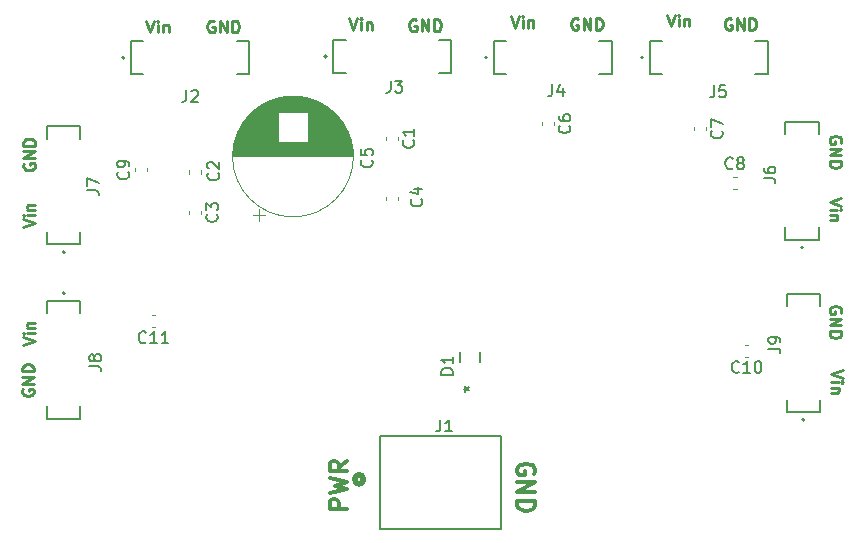
<source format=gbr>
%TF.GenerationSoftware,KiCad,Pcbnew,8.0.2*%
%TF.CreationDate,2024-07-10T14:47:37-04:00*%
%TF.ProjectId,Low-Power_PDP,4c6f772d-506f-4776-9572-5f5044502e6b,rev?*%
%TF.SameCoordinates,Original*%
%TF.FileFunction,Legend,Top*%
%TF.FilePolarity,Positive*%
%FSLAX46Y46*%
G04 Gerber Fmt 4.6, Leading zero omitted, Abs format (unit mm)*
G04 Created by KiCad (PCBNEW 8.0.2) date 2024-07-10 14:47:37*
%MOMM*%
%LPD*%
G01*
G04 APERTURE LIST*
%ADD10C,0.250000*%
%ADD11C,0.300000*%
%ADD12C,0.150000*%
%ADD13C,0.127000*%
%ADD14C,0.200000*%
%ADD15C,0.120000*%
%ADD16C,0.152400*%
%ADD17C,0.508000*%
G04 APERTURE END LIST*
D10*
X66026377Y-25212238D02*
X65931139Y-25164619D01*
X65931139Y-25164619D02*
X65788282Y-25164619D01*
X65788282Y-25164619D02*
X65645425Y-25212238D01*
X65645425Y-25212238D02*
X65550187Y-25307476D01*
X65550187Y-25307476D02*
X65502568Y-25402714D01*
X65502568Y-25402714D02*
X65454949Y-25593190D01*
X65454949Y-25593190D02*
X65454949Y-25736047D01*
X65454949Y-25736047D02*
X65502568Y-25926523D01*
X65502568Y-25926523D02*
X65550187Y-26021761D01*
X65550187Y-26021761D02*
X65645425Y-26117000D01*
X65645425Y-26117000D02*
X65788282Y-26164619D01*
X65788282Y-26164619D02*
X65883520Y-26164619D01*
X65883520Y-26164619D02*
X66026377Y-26117000D01*
X66026377Y-26117000D02*
X66073996Y-26069380D01*
X66073996Y-26069380D02*
X66073996Y-25736047D01*
X66073996Y-25736047D02*
X65883520Y-25736047D01*
X66502568Y-26164619D02*
X66502568Y-25164619D01*
X66502568Y-25164619D02*
X67073996Y-26164619D01*
X67073996Y-26164619D02*
X67073996Y-25164619D01*
X67550187Y-26164619D02*
X67550187Y-25164619D01*
X67550187Y-25164619D02*
X67788282Y-25164619D01*
X67788282Y-25164619D02*
X67931139Y-25212238D01*
X67931139Y-25212238D02*
X68026377Y-25307476D01*
X68026377Y-25307476D02*
X68073996Y-25402714D01*
X68073996Y-25402714D02*
X68121615Y-25593190D01*
X68121615Y-25593190D02*
X68121615Y-25736047D01*
X68121615Y-25736047D02*
X68073996Y-25926523D01*
X68073996Y-25926523D02*
X68026377Y-26021761D01*
X68026377Y-26021761D02*
X67931139Y-26117000D01*
X67931139Y-26117000D02*
X67788282Y-26164619D01*
X67788282Y-26164619D02*
X67550187Y-26164619D01*
X60259711Y-25164619D02*
X60593044Y-26164619D01*
X60593044Y-26164619D02*
X60926377Y-25164619D01*
X61259711Y-26164619D02*
X61259711Y-25497952D01*
X61259711Y-25164619D02*
X61212092Y-25212238D01*
X61212092Y-25212238D02*
X61259711Y-25259857D01*
X61259711Y-25259857D02*
X61307330Y-25212238D01*
X61307330Y-25212238D02*
X61259711Y-25164619D01*
X61259711Y-25164619D02*
X61259711Y-25259857D01*
X61735901Y-25497952D02*
X61735901Y-26164619D01*
X61735901Y-25593190D02*
X61783520Y-25545571D01*
X61783520Y-25545571D02*
X61878758Y-25497952D01*
X61878758Y-25497952D02*
X62021615Y-25497952D01*
X62021615Y-25497952D02*
X62116853Y-25545571D01*
X62116853Y-25545571D02*
X62164472Y-25640809D01*
X62164472Y-25640809D02*
X62164472Y-26164619D01*
X77459711Y-24964619D02*
X77793044Y-25964619D01*
X77793044Y-25964619D02*
X78126377Y-24964619D01*
X78459711Y-25964619D02*
X78459711Y-25297952D01*
X78459711Y-24964619D02*
X78412092Y-25012238D01*
X78412092Y-25012238D02*
X78459711Y-25059857D01*
X78459711Y-25059857D02*
X78507330Y-25012238D01*
X78507330Y-25012238D02*
X78459711Y-24964619D01*
X78459711Y-24964619D02*
X78459711Y-25059857D01*
X78935901Y-25297952D02*
X78935901Y-25964619D01*
X78935901Y-25393190D02*
X78983520Y-25345571D01*
X78983520Y-25345571D02*
X79078758Y-25297952D01*
X79078758Y-25297952D02*
X79221615Y-25297952D01*
X79221615Y-25297952D02*
X79316853Y-25345571D01*
X79316853Y-25345571D02*
X79364472Y-25440809D01*
X79364472Y-25440809D02*
X79364472Y-25964619D01*
X49864619Y-52640288D02*
X50864619Y-52306955D01*
X50864619Y-52306955D02*
X49864619Y-51973622D01*
X50864619Y-51640288D02*
X50197952Y-51640288D01*
X49864619Y-51640288D02*
X49912238Y-51687907D01*
X49912238Y-51687907D02*
X49959857Y-51640288D01*
X49959857Y-51640288D02*
X49912238Y-51592669D01*
X49912238Y-51592669D02*
X49864619Y-51640288D01*
X49864619Y-51640288D02*
X49959857Y-51640288D01*
X50197952Y-51164098D02*
X50864619Y-51164098D01*
X50293190Y-51164098D02*
X50245571Y-51116479D01*
X50245571Y-51116479D02*
X50197952Y-51021241D01*
X50197952Y-51021241D02*
X50197952Y-50878384D01*
X50197952Y-50878384D02*
X50245571Y-50783146D01*
X50245571Y-50783146D02*
X50340809Y-50735527D01*
X50340809Y-50735527D02*
X50864619Y-50735527D01*
X119235380Y-54759711D02*
X118235380Y-55093044D01*
X118235380Y-55093044D02*
X119235380Y-55426377D01*
X118235380Y-55759711D02*
X118902047Y-55759711D01*
X119235380Y-55759711D02*
X119187761Y-55712092D01*
X119187761Y-55712092D02*
X119140142Y-55759711D01*
X119140142Y-55759711D02*
X119187761Y-55807330D01*
X119187761Y-55807330D02*
X119235380Y-55759711D01*
X119235380Y-55759711D02*
X119140142Y-55759711D01*
X118902047Y-56235901D02*
X118235380Y-56235901D01*
X118806809Y-56235901D02*
X118854428Y-56283520D01*
X118854428Y-56283520D02*
X118902047Y-56378758D01*
X118902047Y-56378758D02*
X118902047Y-56521615D01*
X118902047Y-56521615D02*
X118854428Y-56616853D01*
X118854428Y-56616853D02*
X118759190Y-56664472D01*
X118759190Y-56664472D02*
X118235380Y-56664472D01*
X109826377Y-25012238D02*
X109731139Y-24964619D01*
X109731139Y-24964619D02*
X109588282Y-24964619D01*
X109588282Y-24964619D02*
X109445425Y-25012238D01*
X109445425Y-25012238D02*
X109350187Y-25107476D01*
X109350187Y-25107476D02*
X109302568Y-25202714D01*
X109302568Y-25202714D02*
X109254949Y-25393190D01*
X109254949Y-25393190D02*
X109254949Y-25536047D01*
X109254949Y-25536047D02*
X109302568Y-25726523D01*
X109302568Y-25726523D02*
X109350187Y-25821761D01*
X109350187Y-25821761D02*
X109445425Y-25917000D01*
X109445425Y-25917000D02*
X109588282Y-25964619D01*
X109588282Y-25964619D02*
X109683520Y-25964619D01*
X109683520Y-25964619D02*
X109826377Y-25917000D01*
X109826377Y-25917000D02*
X109873996Y-25869380D01*
X109873996Y-25869380D02*
X109873996Y-25536047D01*
X109873996Y-25536047D02*
X109683520Y-25536047D01*
X110302568Y-25964619D02*
X110302568Y-24964619D01*
X110302568Y-24964619D02*
X110873996Y-25964619D01*
X110873996Y-25964619D02*
X110873996Y-24964619D01*
X111350187Y-25964619D02*
X111350187Y-24964619D01*
X111350187Y-24964619D02*
X111588282Y-24964619D01*
X111588282Y-24964619D02*
X111731139Y-25012238D01*
X111731139Y-25012238D02*
X111826377Y-25107476D01*
X111826377Y-25107476D02*
X111873996Y-25202714D01*
X111873996Y-25202714D02*
X111921615Y-25393190D01*
X111921615Y-25393190D02*
X111921615Y-25536047D01*
X111921615Y-25536047D02*
X111873996Y-25726523D01*
X111873996Y-25726523D02*
X111826377Y-25821761D01*
X111826377Y-25821761D02*
X111731139Y-25917000D01*
X111731139Y-25917000D02*
X111588282Y-25964619D01*
X111588282Y-25964619D02*
X111350187Y-25964619D01*
X104359711Y-24664619D02*
X104693044Y-25664619D01*
X104693044Y-25664619D02*
X105026377Y-24664619D01*
X105359711Y-25664619D02*
X105359711Y-24997952D01*
X105359711Y-24664619D02*
X105312092Y-24712238D01*
X105312092Y-24712238D02*
X105359711Y-24759857D01*
X105359711Y-24759857D02*
X105407330Y-24712238D01*
X105407330Y-24712238D02*
X105359711Y-24664619D01*
X105359711Y-24664619D02*
X105359711Y-24759857D01*
X105835901Y-24997952D02*
X105835901Y-25664619D01*
X105835901Y-25093190D02*
X105883520Y-25045571D01*
X105883520Y-25045571D02*
X105978758Y-24997952D01*
X105978758Y-24997952D02*
X106121615Y-24997952D01*
X106121615Y-24997952D02*
X106216853Y-25045571D01*
X106216853Y-25045571D02*
X106264472Y-25140809D01*
X106264472Y-25140809D02*
X106264472Y-25664619D01*
X49864619Y-42640288D02*
X50864619Y-42306955D01*
X50864619Y-42306955D02*
X49864619Y-41973622D01*
X50864619Y-41640288D02*
X50197952Y-41640288D01*
X49864619Y-41640288D02*
X49912238Y-41687907D01*
X49912238Y-41687907D02*
X49959857Y-41640288D01*
X49959857Y-41640288D02*
X49912238Y-41592669D01*
X49912238Y-41592669D02*
X49864619Y-41640288D01*
X49864619Y-41640288D02*
X49959857Y-41640288D01*
X50197952Y-41164098D02*
X50864619Y-41164098D01*
X50293190Y-41164098D02*
X50245571Y-41116479D01*
X50245571Y-41116479D02*
X50197952Y-41021241D01*
X50197952Y-41021241D02*
X50197952Y-40878384D01*
X50197952Y-40878384D02*
X50245571Y-40783146D01*
X50245571Y-40783146D02*
X50340809Y-40735527D01*
X50340809Y-40735527D02*
X50864619Y-40735527D01*
X119135380Y-40159711D02*
X118135380Y-40493044D01*
X118135380Y-40493044D02*
X119135380Y-40826377D01*
X118135380Y-41159711D02*
X118802047Y-41159711D01*
X119135380Y-41159711D02*
X119087761Y-41112092D01*
X119087761Y-41112092D02*
X119040142Y-41159711D01*
X119040142Y-41159711D02*
X119087761Y-41207330D01*
X119087761Y-41207330D02*
X119135380Y-41159711D01*
X119135380Y-41159711D02*
X119040142Y-41159711D01*
X118802047Y-41635901D02*
X118135380Y-41635901D01*
X118706809Y-41635901D02*
X118754428Y-41683520D01*
X118754428Y-41683520D02*
X118802047Y-41778758D01*
X118802047Y-41778758D02*
X118802047Y-41921615D01*
X118802047Y-41921615D02*
X118754428Y-42016853D01*
X118754428Y-42016853D02*
X118659190Y-42064472D01*
X118659190Y-42064472D02*
X118135380Y-42064472D01*
X119087761Y-35526377D02*
X119135380Y-35431139D01*
X119135380Y-35431139D02*
X119135380Y-35288282D01*
X119135380Y-35288282D02*
X119087761Y-35145425D01*
X119087761Y-35145425D02*
X118992523Y-35050187D01*
X118992523Y-35050187D02*
X118897285Y-35002568D01*
X118897285Y-35002568D02*
X118706809Y-34954949D01*
X118706809Y-34954949D02*
X118563952Y-34954949D01*
X118563952Y-34954949D02*
X118373476Y-35002568D01*
X118373476Y-35002568D02*
X118278238Y-35050187D01*
X118278238Y-35050187D02*
X118183000Y-35145425D01*
X118183000Y-35145425D02*
X118135380Y-35288282D01*
X118135380Y-35288282D02*
X118135380Y-35383520D01*
X118135380Y-35383520D02*
X118183000Y-35526377D01*
X118183000Y-35526377D02*
X118230619Y-35573996D01*
X118230619Y-35573996D02*
X118563952Y-35573996D01*
X118563952Y-35573996D02*
X118563952Y-35383520D01*
X118135380Y-36002568D02*
X119135380Y-36002568D01*
X119135380Y-36002568D02*
X118135380Y-36573996D01*
X118135380Y-36573996D02*
X119135380Y-36573996D01*
X118135380Y-37050187D02*
X119135380Y-37050187D01*
X119135380Y-37050187D02*
X119135380Y-37288282D01*
X119135380Y-37288282D02*
X119087761Y-37431139D01*
X119087761Y-37431139D02*
X118992523Y-37526377D01*
X118992523Y-37526377D02*
X118897285Y-37573996D01*
X118897285Y-37573996D02*
X118706809Y-37621615D01*
X118706809Y-37621615D02*
X118563952Y-37621615D01*
X118563952Y-37621615D02*
X118373476Y-37573996D01*
X118373476Y-37573996D02*
X118278238Y-37526377D01*
X118278238Y-37526377D02*
X118183000Y-37431139D01*
X118183000Y-37431139D02*
X118135380Y-37288282D01*
X118135380Y-37288282D02*
X118135380Y-37050187D01*
X91159711Y-24764619D02*
X91493044Y-25764619D01*
X91493044Y-25764619D02*
X91826377Y-24764619D01*
X92159711Y-25764619D02*
X92159711Y-25097952D01*
X92159711Y-24764619D02*
X92112092Y-24812238D01*
X92112092Y-24812238D02*
X92159711Y-24859857D01*
X92159711Y-24859857D02*
X92207330Y-24812238D01*
X92207330Y-24812238D02*
X92159711Y-24764619D01*
X92159711Y-24764619D02*
X92159711Y-24859857D01*
X92635901Y-25097952D02*
X92635901Y-25764619D01*
X92635901Y-25193190D02*
X92683520Y-25145571D01*
X92683520Y-25145571D02*
X92778758Y-25097952D01*
X92778758Y-25097952D02*
X92921615Y-25097952D01*
X92921615Y-25097952D02*
X93016853Y-25145571D01*
X93016853Y-25145571D02*
X93064472Y-25240809D01*
X93064472Y-25240809D02*
X93064472Y-25764619D01*
X49912238Y-37273622D02*
X49864619Y-37368860D01*
X49864619Y-37368860D02*
X49864619Y-37511717D01*
X49864619Y-37511717D02*
X49912238Y-37654574D01*
X49912238Y-37654574D02*
X50007476Y-37749812D01*
X50007476Y-37749812D02*
X50102714Y-37797431D01*
X50102714Y-37797431D02*
X50293190Y-37845050D01*
X50293190Y-37845050D02*
X50436047Y-37845050D01*
X50436047Y-37845050D02*
X50626523Y-37797431D01*
X50626523Y-37797431D02*
X50721761Y-37749812D01*
X50721761Y-37749812D02*
X50817000Y-37654574D01*
X50817000Y-37654574D02*
X50864619Y-37511717D01*
X50864619Y-37511717D02*
X50864619Y-37416479D01*
X50864619Y-37416479D02*
X50817000Y-37273622D01*
X50817000Y-37273622D02*
X50769380Y-37226003D01*
X50769380Y-37226003D02*
X50436047Y-37226003D01*
X50436047Y-37226003D02*
X50436047Y-37416479D01*
X50864619Y-36797431D02*
X49864619Y-36797431D01*
X49864619Y-36797431D02*
X50864619Y-36226003D01*
X50864619Y-36226003D02*
X49864619Y-36226003D01*
X50864619Y-35749812D02*
X49864619Y-35749812D01*
X49864619Y-35749812D02*
X49864619Y-35511717D01*
X49864619Y-35511717D02*
X49912238Y-35368860D01*
X49912238Y-35368860D02*
X50007476Y-35273622D01*
X50007476Y-35273622D02*
X50102714Y-35226003D01*
X50102714Y-35226003D02*
X50293190Y-35178384D01*
X50293190Y-35178384D02*
X50436047Y-35178384D01*
X50436047Y-35178384D02*
X50626523Y-35226003D01*
X50626523Y-35226003D02*
X50721761Y-35273622D01*
X50721761Y-35273622D02*
X50817000Y-35368860D01*
X50817000Y-35368860D02*
X50864619Y-35511717D01*
X50864619Y-35511717D02*
X50864619Y-35749812D01*
X119087761Y-49926377D02*
X119135380Y-49831139D01*
X119135380Y-49831139D02*
X119135380Y-49688282D01*
X119135380Y-49688282D02*
X119087761Y-49545425D01*
X119087761Y-49545425D02*
X118992523Y-49450187D01*
X118992523Y-49450187D02*
X118897285Y-49402568D01*
X118897285Y-49402568D02*
X118706809Y-49354949D01*
X118706809Y-49354949D02*
X118563952Y-49354949D01*
X118563952Y-49354949D02*
X118373476Y-49402568D01*
X118373476Y-49402568D02*
X118278238Y-49450187D01*
X118278238Y-49450187D02*
X118183000Y-49545425D01*
X118183000Y-49545425D02*
X118135380Y-49688282D01*
X118135380Y-49688282D02*
X118135380Y-49783520D01*
X118135380Y-49783520D02*
X118183000Y-49926377D01*
X118183000Y-49926377D02*
X118230619Y-49973996D01*
X118230619Y-49973996D02*
X118563952Y-49973996D01*
X118563952Y-49973996D02*
X118563952Y-49783520D01*
X118135380Y-50402568D02*
X119135380Y-50402568D01*
X119135380Y-50402568D02*
X118135380Y-50973996D01*
X118135380Y-50973996D02*
X119135380Y-50973996D01*
X118135380Y-51450187D02*
X119135380Y-51450187D01*
X119135380Y-51450187D02*
X119135380Y-51688282D01*
X119135380Y-51688282D02*
X119087761Y-51831139D01*
X119087761Y-51831139D02*
X118992523Y-51926377D01*
X118992523Y-51926377D02*
X118897285Y-51973996D01*
X118897285Y-51973996D02*
X118706809Y-52021615D01*
X118706809Y-52021615D02*
X118563952Y-52021615D01*
X118563952Y-52021615D02*
X118373476Y-51973996D01*
X118373476Y-51973996D02*
X118278238Y-51926377D01*
X118278238Y-51926377D02*
X118183000Y-51831139D01*
X118183000Y-51831139D02*
X118135380Y-51688282D01*
X118135380Y-51688282D02*
X118135380Y-51450187D01*
X96826377Y-25012238D02*
X96731139Y-24964619D01*
X96731139Y-24964619D02*
X96588282Y-24964619D01*
X96588282Y-24964619D02*
X96445425Y-25012238D01*
X96445425Y-25012238D02*
X96350187Y-25107476D01*
X96350187Y-25107476D02*
X96302568Y-25202714D01*
X96302568Y-25202714D02*
X96254949Y-25393190D01*
X96254949Y-25393190D02*
X96254949Y-25536047D01*
X96254949Y-25536047D02*
X96302568Y-25726523D01*
X96302568Y-25726523D02*
X96350187Y-25821761D01*
X96350187Y-25821761D02*
X96445425Y-25917000D01*
X96445425Y-25917000D02*
X96588282Y-25964619D01*
X96588282Y-25964619D02*
X96683520Y-25964619D01*
X96683520Y-25964619D02*
X96826377Y-25917000D01*
X96826377Y-25917000D02*
X96873996Y-25869380D01*
X96873996Y-25869380D02*
X96873996Y-25536047D01*
X96873996Y-25536047D02*
X96683520Y-25536047D01*
X97302568Y-25964619D02*
X97302568Y-24964619D01*
X97302568Y-24964619D02*
X97873996Y-25964619D01*
X97873996Y-25964619D02*
X97873996Y-24964619D01*
X98350187Y-25964619D02*
X98350187Y-24964619D01*
X98350187Y-24964619D02*
X98588282Y-24964619D01*
X98588282Y-24964619D02*
X98731139Y-25012238D01*
X98731139Y-25012238D02*
X98826377Y-25107476D01*
X98826377Y-25107476D02*
X98873996Y-25202714D01*
X98873996Y-25202714D02*
X98921615Y-25393190D01*
X98921615Y-25393190D02*
X98921615Y-25536047D01*
X98921615Y-25536047D02*
X98873996Y-25726523D01*
X98873996Y-25726523D02*
X98826377Y-25821761D01*
X98826377Y-25821761D02*
X98731139Y-25917000D01*
X98731139Y-25917000D02*
X98588282Y-25964619D01*
X98588282Y-25964619D02*
X98350187Y-25964619D01*
X83126377Y-25112238D02*
X83031139Y-25064619D01*
X83031139Y-25064619D02*
X82888282Y-25064619D01*
X82888282Y-25064619D02*
X82745425Y-25112238D01*
X82745425Y-25112238D02*
X82650187Y-25207476D01*
X82650187Y-25207476D02*
X82602568Y-25302714D01*
X82602568Y-25302714D02*
X82554949Y-25493190D01*
X82554949Y-25493190D02*
X82554949Y-25636047D01*
X82554949Y-25636047D02*
X82602568Y-25826523D01*
X82602568Y-25826523D02*
X82650187Y-25921761D01*
X82650187Y-25921761D02*
X82745425Y-26017000D01*
X82745425Y-26017000D02*
X82888282Y-26064619D01*
X82888282Y-26064619D02*
X82983520Y-26064619D01*
X82983520Y-26064619D02*
X83126377Y-26017000D01*
X83126377Y-26017000D02*
X83173996Y-25969380D01*
X83173996Y-25969380D02*
X83173996Y-25636047D01*
X83173996Y-25636047D02*
X82983520Y-25636047D01*
X83602568Y-26064619D02*
X83602568Y-25064619D01*
X83602568Y-25064619D02*
X84173996Y-26064619D01*
X84173996Y-26064619D02*
X84173996Y-25064619D01*
X84650187Y-26064619D02*
X84650187Y-25064619D01*
X84650187Y-25064619D02*
X84888282Y-25064619D01*
X84888282Y-25064619D02*
X85031139Y-25112238D01*
X85031139Y-25112238D02*
X85126377Y-25207476D01*
X85126377Y-25207476D02*
X85173996Y-25302714D01*
X85173996Y-25302714D02*
X85221615Y-25493190D01*
X85221615Y-25493190D02*
X85221615Y-25636047D01*
X85221615Y-25636047D02*
X85173996Y-25826523D01*
X85173996Y-25826523D02*
X85126377Y-25921761D01*
X85126377Y-25921761D02*
X85031139Y-26017000D01*
X85031139Y-26017000D02*
X84888282Y-26064619D01*
X84888282Y-26064619D02*
X84650187Y-26064619D01*
X49812238Y-56373622D02*
X49764619Y-56468860D01*
X49764619Y-56468860D02*
X49764619Y-56611717D01*
X49764619Y-56611717D02*
X49812238Y-56754574D01*
X49812238Y-56754574D02*
X49907476Y-56849812D01*
X49907476Y-56849812D02*
X50002714Y-56897431D01*
X50002714Y-56897431D02*
X50193190Y-56945050D01*
X50193190Y-56945050D02*
X50336047Y-56945050D01*
X50336047Y-56945050D02*
X50526523Y-56897431D01*
X50526523Y-56897431D02*
X50621761Y-56849812D01*
X50621761Y-56849812D02*
X50717000Y-56754574D01*
X50717000Y-56754574D02*
X50764619Y-56611717D01*
X50764619Y-56611717D02*
X50764619Y-56516479D01*
X50764619Y-56516479D02*
X50717000Y-56373622D01*
X50717000Y-56373622D02*
X50669380Y-56326003D01*
X50669380Y-56326003D02*
X50336047Y-56326003D01*
X50336047Y-56326003D02*
X50336047Y-56516479D01*
X50764619Y-55897431D02*
X49764619Y-55897431D01*
X49764619Y-55897431D02*
X50764619Y-55326003D01*
X50764619Y-55326003D02*
X49764619Y-55326003D01*
X50764619Y-54849812D02*
X49764619Y-54849812D01*
X49764619Y-54849812D02*
X49764619Y-54611717D01*
X49764619Y-54611717D02*
X49812238Y-54468860D01*
X49812238Y-54468860D02*
X49907476Y-54373622D01*
X49907476Y-54373622D02*
X50002714Y-54326003D01*
X50002714Y-54326003D02*
X50193190Y-54278384D01*
X50193190Y-54278384D02*
X50336047Y-54278384D01*
X50336047Y-54278384D02*
X50526523Y-54326003D01*
X50526523Y-54326003D02*
X50621761Y-54373622D01*
X50621761Y-54373622D02*
X50717000Y-54468860D01*
X50717000Y-54468860D02*
X50764619Y-54611717D01*
X50764619Y-54611717D02*
X50764619Y-54849812D01*
D11*
X77300828Y-66545489D02*
X75800828Y-66545489D01*
X75800828Y-66545489D02*
X75800828Y-65974060D01*
X75800828Y-65974060D02*
X75872257Y-65831203D01*
X75872257Y-65831203D02*
X75943685Y-65759774D01*
X75943685Y-65759774D02*
X76086542Y-65688346D01*
X76086542Y-65688346D02*
X76300828Y-65688346D01*
X76300828Y-65688346D02*
X76443685Y-65759774D01*
X76443685Y-65759774D02*
X76515114Y-65831203D01*
X76515114Y-65831203D02*
X76586542Y-65974060D01*
X76586542Y-65974060D02*
X76586542Y-66545489D01*
X75800828Y-65188346D02*
X77300828Y-64831203D01*
X77300828Y-64831203D02*
X76229400Y-64545489D01*
X76229400Y-64545489D02*
X77300828Y-64259774D01*
X77300828Y-64259774D02*
X75800828Y-63902632D01*
X77300828Y-62474060D02*
X76586542Y-62974060D01*
X77300828Y-63331203D02*
X75800828Y-63331203D01*
X75800828Y-63331203D02*
X75800828Y-62759774D01*
X75800828Y-62759774D02*
X75872257Y-62616917D01*
X75872257Y-62616917D02*
X75943685Y-62545488D01*
X75943685Y-62545488D02*
X76086542Y-62474060D01*
X76086542Y-62474060D02*
X76300828Y-62474060D01*
X76300828Y-62474060D02*
X76443685Y-62545488D01*
X76443685Y-62545488D02*
X76515114Y-62616917D01*
X76515114Y-62616917D02*
X76586542Y-62759774D01*
X76586542Y-62759774D02*
X76586542Y-63331203D01*
X93127742Y-63540225D02*
X93199171Y-63397368D01*
X93199171Y-63397368D02*
X93199171Y-63183082D01*
X93199171Y-63183082D02*
X93127742Y-62968796D01*
X93127742Y-62968796D02*
X92984885Y-62825939D01*
X92984885Y-62825939D02*
X92842028Y-62754510D01*
X92842028Y-62754510D02*
X92556314Y-62683082D01*
X92556314Y-62683082D02*
X92342028Y-62683082D01*
X92342028Y-62683082D02*
X92056314Y-62754510D01*
X92056314Y-62754510D02*
X91913457Y-62825939D01*
X91913457Y-62825939D02*
X91770600Y-62968796D01*
X91770600Y-62968796D02*
X91699171Y-63183082D01*
X91699171Y-63183082D02*
X91699171Y-63325939D01*
X91699171Y-63325939D02*
X91770600Y-63540225D01*
X91770600Y-63540225D02*
X91842028Y-63611653D01*
X91842028Y-63611653D02*
X92342028Y-63611653D01*
X92342028Y-63611653D02*
X92342028Y-63325939D01*
X91699171Y-64254510D02*
X93199171Y-64254510D01*
X93199171Y-64254510D02*
X91699171Y-65111653D01*
X91699171Y-65111653D02*
X93199171Y-65111653D01*
X91699171Y-65825939D02*
X93199171Y-65825939D01*
X93199171Y-65825939D02*
X93199171Y-66183082D01*
X93199171Y-66183082D02*
X93127742Y-66397368D01*
X93127742Y-66397368D02*
X92984885Y-66540225D01*
X92984885Y-66540225D02*
X92842028Y-66611654D01*
X92842028Y-66611654D02*
X92556314Y-66683082D01*
X92556314Y-66683082D02*
X92342028Y-66683082D01*
X92342028Y-66683082D02*
X92056314Y-66611654D01*
X92056314Y-66611654D02*
X91913457Y-66540225D01*
X91913457Y-66540225D02*
X91770600Y-66397368D01*
X91770600Y-66397368D02*
X91699171Y-66183082D01*
X91699171Y-66183082D02*
X91699171Y-65825939D01*
D12*
X80966666Y-30254819D02*
X80966666Y-30969104D01*
X80966666Y-30969104D02*
X80919047Y-31111961D01*
X80919047Y-31111961D02*
X80823809Y-31207200D01*
X80823809Y-31207200D02*
X80680952Y-31254819D01*
X80680952Y-31254819D02*
X80585714Y-31254819D01*
X81347619Y-30254819D02*
X81966666Y-30254819D01*
X81966666Y-30254819D02*
X81633333Y-30635771D01*
X81633333Y-30635771D02*
X81776190Y-30635771D01*
X81776190Y-30635771D02*
X81871428Y-30683390D01*
X81871428Y-30683390D02*
X81919047Y-30731009D01*
X81919047Y-30731009D02*
X81966666Y-30826247D01*
X81966666Y-30826247D02*
X81966666Y-31064342D01*
X81966666Y-31064342D02*
X81919047Y-31159580D01*
X81919047Y-31159580D02*
X81871428Y-31207200D01*
X81871428Y-31207200D02*
X81776190Y-31254819D01*
X81776190Y-31254819D02*
X81490476Y-31254819D01*
X81490476Y-31254819D02*
X81395238Y-31207200D01*
X81395238Y-31207200D02*
X81347619Y-31159580D01*
X96089580Y-34066666D02*
X96137200Y-34114285D01*
X96137200Y-34114285D02*
X96184819Y-34257142D01*
X96184819Y-34257142D02*
X96184819Y-34352380D01*
X96184819Y-34352380D02*
X96137200Y-34495237D01*
X96137200Y-34495237D02*
X96041961Y-34590475D01*
X96041961Y-34590475D02*
X95946723Y-34638094D01*
X95946723Y-34638094D02*
X95756247Y-34685713D01*
X95756247Y-34685713D02*
X95613390Y-34685713D01*
X95613390Y-34685713D02*
X95422914Y-34638094D01*
X95422914Y-34638094D02*
X95327676Y-34590475D01*
X95327676Y-34590475D02*
X95232438Y-34495237D01*
X95232438Y-34495237D02*
X95184819Y-34352380D01*
X95184819Y-34352380D02*
X95184819Y-34257142D01*
X95184819Y-34257142D02*
X95232438Y-34114285D01*
X95232438Y-34114285D02*
X95280057Y-34066666D01*
X95184819Y-33209523D02*
X95184819Y-33399999D01*
X95184819Y-33399999D02*
X95232438Y-33495237D01*
X95232438Y-33495237D02*
X95280057Y-33542856D01*
X95280057Y-33542856D02*
X95422914Y-33638094D01*
X95422914Y-33638094D02*
X95613390Y-33685713D01*
X95613390Y-33685713D02*
X95994342Y-33685713D01*
X95994342Y-33685713D02*
X96089580Y-33638094D01*
X96089580Y-33638094D02*
X96137200Y-33590475D01*
X96137200Y-33590475D02*
X96184819Y-33495237D01*
X96184819Y-33495237D02*
X96184819Y-33304761D01*
X96184819Y-33304761D02*
X96137200Y-33209523D01*
X96137200Y-33209523D02*
X96089580Y-33161904D01*
X96089580Y-33161904D02*
X95994342Y-33114285D01*
X95994342Y-33114285D02*
X95756247Y-33114285D01*
X95756247Y-33114285D02*
X95661009Y-33161904D01*
X95661009Y-33161904D02*
X95613390Y-33209523D01*
X95613390Y-33209523D02*
X95565771Y-33304761D01*
X95565771Y-33304761D02*
X95565771Y-33495237D01*
X95565771Y-33495237D02*
X95613390Y-33590475D01*
X95613390Y-33590475D02*
X95661009Y-33638094D01*
X95661009Y-33638094D02*
X95756247Y-33685713D01*
X83559580Y-40266666D02*
X83607200Y-40314285D01*
X83607200Y-40314285D02*
X83654819Y-40457142D01*
X83654819Y-40457142D02*
X83654819Y-40552380D01*
X83654819Y-40552380D02*
X83607200Y-40695237D01*
X83607200Y-40695237D02*
X83511961Y-40790475D01*
X83511961Y-40790475D02*
X83416723Y-40838094D01*
X83416723Y-40838094D02*
X83226247Y-40885713D01*
X83226247Y-40885713D02*
X83083390Y-40885713D01*
X83083390Y-40885713D02*
X82892914Y-40838094D01*
X82892914Y-40838094D02*
X82797676Y-40790475D01*
X82797676Y-40790475D02*
X82702438Y-40695237D01*
X82702438Y-40695237D02*
X82654819Y-40552380D01*
X82654819Y-40552380D02*
X82654819Y-40457142D01*
X82654819Y-40457142D02*
X82702438Y-40314285D01*
X82702438Y-40314285D02*
X82750057Y-40266666D01*
X82988152Y-39409523D02*
X83654819Y-39409523D01*
X82607200Y-39647618D02*
X83321485Y-39885713D01*
X83321485Y-39885713D02*
X83321485Y-39266666D01*
X55254819Y-39533333D02*
X55969104Y-39533333D01*
X55969104Y-39533333D02*
X56111961Y-39580952D01*
X56111961Y-39580952D02*
X56207200Y-39676190D01*
X56207200Y-39676190D02*
X56254819Y-39819047D01*
X56254819Y-39819047D02*
X56254819Y-39914285D01*
X55254819Y-39152380D02*
X55254819Y-38485714D01*
X55254819Y-38485714D02*
X56254819Y-38914285D01*
X79359580Y-36966666D02*
X79407200Y-37014285D01*
X79407200Y-37014285D02*
X79454819Y-37157142D01*
X79454819Y-37157142D02*
X79454819Y-37252380D01*
X79454819Y-37252380D02*
X79407200Y-37395237D01*
X79407200Y-37395237D02*
X79311961Y-37490475D01*
X79311961Y-37490475D02*
X79216723Y-37538094D01*
X79216723Y-37538094D02*
X79026247Y-37585713D01*
X79026247Y-37585713D02*
X78883390Y-37585713D01*
X78883390Y-37585713D02*
X78692914Y-37538094D01*
X78692914Y-37538094D02*
X78597676Y-37490475D01*
X78597676Y-37490475D02*
X78502438Y-37395237D01*
X78502438Y-37395237D02*
X78454819Y-37252380D01*
X78454819Y-37252380D02*
X78454819Y-37157142D01*
X78454819Y-37157142D02*
X78502438Y-37014285D01*
X78502438Y-37014285D02*
X78550057Y-36966666D01*
X78454819Y-36061904D02*
X78454819Y-36538094D01*
X78454819Y-36538094D02*
X78931009Y-36585713D01*
X78931009Y-36585713D02*
X78883390Y-36538094D01*
X78883390Y-36538094D02*
X78835771Y-36442856D01*
X78835771Y-36442856D02*
X78835771Y-36204761D01*
X78835771Y-36204761D02*
X78883390Y-36109523D01*
X78883390Y-36109523D02*
X78931009Y-36061904D01*
X78931009Y-36061904D02*
X79026247Y-36014285D01*
X79026247Y-36014285D02*
X79264342Y-36014285D01*
X79264342Y-36014285D02*
X79359580Y-36061904D01*
X79359580Y-36061904D02*
X79407200Y-36109523D01*
X79407200Y-36109523D02*
X79454819Y-36204761D01*
X79454819Y-36204761D02*
X79454819Y-36442856D01*
X79454819Y-36442856D02*
X79407200Y-36538094D01*
X79407200Y-36538094D02*
X79359580Y-36585713D01*
X108366666Y-30654819D02*
X108366666Y-31369104D01*
X108366666Y-31369104D02*
X108319047Y-31511961D01*
X108319047Y-31511961D02*
X108223809Y-31607200D01*
X108223809Y-31607200D02*
X108080952Y-31654819D01*
X108080952Y-31654819D02*
X107985714Y-31654819D01*
X109319047Y-30654819D02*
X108842857Y-30654819D01*
X108842857Y-30654819D02*
X108795238Y-31131009D01*
X108795238Y-31131009D02*
X108842857Y-31083390D01*
X108842857Y-31083390D02*
X108938095Y-31035771D01*
X108938095Y-31035771D02*
X109176190Y-31035771D01*
X109176190Y-31035771D02*
X109271428Y-31083390D01*
X109271428Y-31083390D02*
X109319047Y-31131009D01*
X109319047Y-31131009D02*
X109366666Y-31226247D01*
X109366666Y-31226247D02*
X109366666Y-31464342D01*
X109366666Y-31464342D02*
X109319047Y-31559580D01*
X109319047Y-31559580D02*
X109271428Y-31607200D01*
X109271428Y-31607200D02*
X109176190Y-31654819D01*
X109176190Y-31654819D02*
X108938095Y-31654819D01*
X108938095Y-31654819D02*
X108842857Y-31607200D01*
X108842857Y-31607200D02*
X108795238Y-31559580D01*
X94666666Y-30554819D02*
X94666666Y-31269104D01*
X94666666Y-31269104D02*
X94619047Y-31411961D01*
X94619047Y-31411961D02*
X94523809Y-31507200D01*
X94523809Y-31507200D02*
X94380952Y-31554819D01*
X94380952Y-31554819D02*
X94285714Y-31554819D01*
X95571428Y-30888152D02*
X95571428Y-31554819D01*
X95333333Y-30507200D02*
X95095238Y-31221485D01*
X95095238Y-31221485D02*
X95714285Y-31221485D01*
X66259580Y-41566666D02*
X66307200Y-41614285D01*
X66307200Y-41614285D02*
X66354819Y-41757142D01*
X66354819Y-41757142D02*
X66354819Y-41852380D01*
X66354819Y-41852380D02*
X66307200Y-41995237D01*
X66307200Y-41995237D02*
X66211961Y-42090475D01*
X66211961Y-42090475D02*
X66116723Y-42138094D01*
X66116723Y-42138094D02*
X65926247Y-42185713D01*
X65926247Y-42185713D02*
X65783390Y-42185713D01*
X65783390Y-42185713D02*
X65592914Y-42138094D01*
X65592914Y-42138094D02*
X65497676Y-42090475D01*
X65497676Y-42090475D02*
X65402438Y-41995237D01*
X65402438Y-41995237D02*
X65354819Y-41852380D01*
X65354819Y-41852380D02*
X65354819Y-41757142D01*
X65354819Y-41757142D02*
X65402438Y-41614285D01*
X65402438Y-41614285D02*
X65450057Y-41566666D01*
X65354819Y-41233332D02*
X65354819Y-40614285D01*
X65354819Y-40614285D02*
X65735771Y-40947618D01*
X65735771Y-40947618D02*
X65735771Y-40804761D01*
X65735771Y-40804761D02*
X65783390Y-40709523D01*
X65783390Y-40709523D02*
X65831009Y-40661904D01*
X65831009Y-40661904D02*
X65926247Y-40614285D01*
X65926247Y-40614285D02*
X66164342Y-40614285D01*
X66164342Y-40614285D02*
X66259580Y-40661904D01*
X66259580Y-40661904D02*
X66307200Y-40709523D01*
X66307200Y-40709523D02*
X66354819Y-40804761D01*
X66354819Y-40804761D02*
X66354819Y-41090475D01*
X66354819Y-41090475D02*
X66307200Y-41185713D01*
X66307200Y-41185713D02*
X66259580Y-41233332D01*
X55454819Y-54433333D02*
X56169104Y-54433333D01*
X56169104Y-54433333D02*
X56311961Y-54480952D01*
X56311961Y-54480952D02*
X56407200Y-54576190D01*
X56407200Y-54576190D02*
X56454819Y-54719047D01*
X56454819Y-54719047D02*
X56454819Y-54814285D01*
X55883390Y-53814285D02*
X55835771Y-53909523D01*
X55835771Y-53909523D02*
X55788152Y-53957142D01*
X55788152Y-53957142D02*
X55692914Y-54004761D01*
X55692914Y-54004761D02*
X55645295Y-54004761D01*
X55645295Y-54004761D02*
X55550057Y-53957142D01*
X55550057Y-53957142D02*
X55502438Y-53909523D01*
X55502438Y-53909523D02*
X55454819Y-53814285D01*
X55454819Y-53814285D02*
X55454819Y-53623809D01*
X55454819Y-53623809D02*
X55502438Y-53528571D01*
X55502438Y-53528571D02*
X55550057Y-53480952D01*
X55550057Y-53480952D02*
X55645295Y-53433333D01*
X55645295Y-53433333D02*
X55692914Y-53433333D01*
X55692914Y-53433333D02*
X55788152Y-53480952D01*
X55788152Y-53480952D02*
X55835771Y-53528571D01*
X55835771Y-53528571D02*
X55883390Y-53623809D01*
X55883390Y-53623809D02*
X55883390Y-53814285D01*
X55883390Y-53814285D02*
X55931009Y-53909523D01*
X55931009Y-53909523D02*
X55978628Y-53957142D01*
X55978628Y-53957142D02*
X56073866Y-54004761D01*
X56073866Y-54004761D02*
X56264342Y-54004761D01*
X56264342Y-54004761D02*
X56359580Y-53957142D01*
X56359580Y-53957142D02*
X56407200Y-53909523D01*
X56407200Y-53909523D02*
X56454819Y-53814285D01*
X56454819Y-53814285D02*
X56454819Y-53623809D01*
X56454819Y-53623809D02*
X56407200Y-53528571D01*
X56407200Y-53528571D02*
X56359580Y-53480952D01*
X56359580Y-53480952D02*
X56264342Y-53433333D01*
X56264342Y-53433333D02*
X56073866Y-53433333D01*
X56073866Y-53433333D02*
X55978628Y-53480952D01*
X55978628Y-53480952D02*
X55931009Y-53528571D01*
X55931009Y-53528571D02*
X55883390Y-53623809D01*
X109933333Y-37659580D02*
X109885714Y-37707200D01*
X109885714Y-37707200D02*
X109742857Y-37754819D01*
X109742857Y-37754819D02*
X109647619Y-37754819D01*
X109647619Y-37754819D02*
X109504762Y-37707200D01*
X109504762Y-37707200D02*
X109409524Y-37611961D01*
X109409524Y-37611961D02*
X109361905Y-37516723D01*
X109361905Y-37516723D02*
X109314286Y-37326247D01*
X109314286Y-37326247D02*
X109314286Y-37183390D01*
X109314286Y-37183390D02*
X109361905Y-36992914D01*
X109361905Y-36992914D02*
X109409524Y-36897676D01*
X109409524Y-36897676D02*
X109504762Y-36802438D01*
X109504762Y-36802438D02*
X109647619Y-36754819D01*
X109647619Y-36754819D02*
X109742857Y-36754819D01*
X109742857Y-36754819D02*
X109885714Y-36802438D01*
X109885714Y-36802438D02*
X109933333Y-36850057D01*
X110504762Y-37183390D02*
X110409524Y-37135771D01*
X110409524Y-37135771D02*
X110361905Y-37088152D01*
X110361905Y-37088152D02*
X110314286Y-36992914D01*
X110314286Y-36992914D02*
X110314286Y-36945295D01*
X110314286Y-36945295D02*
X110361905Y-36850057D01*
X110361905Y-36850057D02*
X110409524Y-36802438D01*
X110409524Y-36802438D02*
X110504762Y-36754819D01*
X110504762Y-36754819D02*
X110695238Y-36754819D01*
X110695238Y-36754819D02*
X110790476Y-36802438D01*
X110790476Y-36802438D02*
X110838095Y-36850057D01*
X110838095Y-36850057D02*
X110885714Y-36945295D01*
X110885714Y-36945295D02*
X110885714Y-36992914D01*
X110885714Y-36992914D02*
X110838095Y-37088152D01*
X110838095Y-37088152D02*
X110790476Y-37135771D01*
X110790476Y-37135771D02*
X110695238Y-37183390D01*
X110695238Y-37183390D02*
X110504762Y-37183390D01*
X110504762Y-37183390D02*
X110409524Y-37231009D01*
X110409524Y-37231009D02*
X110361905Y-37278628D01*
X110361905Y-37278628D02*
X110314286Y-37373866D01*
X110314286Y-37373866D02*
X110314286Y-37564342D01*
X110314286Y-37564342D02*
X110361905Y-37659580D01*
X110361905Y-37659580D02*
X110409524Y-37707200D01*
X110409524Y-37707200D02*
X110504762Y-37754819D01*
X110504762Y-37754819D02*
X110695238Y-37754819D01*
X110695238Y-37754819D02*
X110790476Y-37707200D01*
X110790476Y-37707200D02*
X110838095Y-37659580D01*
X110838095Y-37659580D02*
X110885714Y-37564342D01*
X110885714Y-37564342D02*
X110885714Y-37373866D01*
X110885714Y-37373866D02*
X110838095Y-37278628D01*
X110838095Y-37278628D02*
X110790476Y-37231009D01*
X110790476Y-37231009D02*
X110695238Y-37183390D01*
X66359580Y-38066666D02*
X66407200Y-38114285D01*
X66407200Y-38114285D02*
X66454819Y-38257142D01*
X66454819Y-38257142D02*
X66454819Y-38352380D01*
X66454819Y-38352380D02*
X66407200Y-38495237D01*
X66407200Y-38495237D02*
X66311961Y-38590475D01*
X66311961Y-38590475D02*
X66216723Y-38638094D01*
X66216723Y-38638094D02*
X66026247Y-38685713D01*
X66026247Y-38685713D02*
X65883390Y-38685713D01*
X65883390Y-38685713D02*
X65692914Y-38638094D01*
X65692914Y-38638094D02*
X65597676Y-38590475D01*
X65597676Y-38590475D02*
X65502438Y-38495237D01*
X65502438Y-38495237D02*
X65454819Y-38352380D01*
X65454819Y-38352380D02*
X65454819Y-38257142D01*
X65454819Y-38257142D02*
X65502438Y-38114285D01*
X65502438Y-38114285D02*
X65550057Y-38066666D01*
X65550057Y-37685713D02*
X65502438Y-37638094D01*
X65502438Y-37638094D02*
X65454819Y-37542856D01*
X65454819Y-37542856D02*
X65454819Y-37304761D01*
X65454819Y-37304761D02*
X65502438Y-37209523D01*
X65502438Y-37209523D02*
X65550057Y-37161904D01*
X65550057Y-37161904D02*
X65645295Y-37114285D01*
X65645295Y-37114285D02*
X65740533Y-37114285D01*
X65740533Y-37114285D02*
X65883390Y-37161904D01*
X65883390Y-37161904D02*
X66454819Y-37733332D01*
X66454819Y-37733332D02*
X66454819Y-37114285D01*
X86254819Y-55138094D02*
X85254819Y-55138094D01*
X85254819Y-55138094D02*
X85254819Y-54899999D01*
X85254819Y-54899999D02*
X85302438Y-54757142D01*
X85302438Y-54757142D02*
X85397676Y-54661904D01*
X85397676Y-54661904D02*
X85492914Y-54614285D01*
X85492914Y-54614285D02*
X85683390Y-54566666D01*
X85683390Y-54566666D02*
X85826247Y-54566666D01*
X85826247Y-54566666D02*
X86016723Y-54614285D01*
X86016723Y-54614285D02*
X86111961Y-54661904D01*
X86111961Y-54661904D02*
X86207200Y-54757142D01*
X86207200Y-54757142D02*
X86254819Y-54899999D01*
X86254819Y-54899999D02*
X86254819Y-55138094D01*
X86254819Y-53614285D02*
X86254819Y-54185713D01*
X86254819Y-53899999D02*
X85254819Y-53899999D01*
X85254819Y-53899999D02*
X85397676Y-53995237D01*
X85397676Y-53995237D02*
X85492914Y-54090475D01*
X85492914Y-54090475D02*
X85540533Y-54185713D01*
X87154819Y-56334199D02*
X87392914Y-56334199D01*
X87297676Y-56572294D02*
X87392914Y-56334199D01*
X87392914Y-56334199D02*
X87297676Y-56096104D01*
X87583390Y-56477056D02*
X87392914Y-56334199D01*
X87392914Y-56334199D02*
X87583390Y-56191342D01*
X87154819Y-56334199D02*
X87392914Y-56334199D01*
X87297676Y-56572294D02*
X87392914Y-56334199D01*
X87392914Y-56334199D02*
X87297676Y-56096104D01*
X87583390Y-56477056D02*
X87392914Y-56334199D01*
X87392914Y-56334199D02*
X87583390Y-56191342D01*
X108989580Y-34491666D02*
X109037200Y-34539285D01*
X109037200Y-34539285D02*
X109084819Y-34682142D01*
X109084819Y-34682142D02*
X109084819Y-34777380D01*
X109084819Y-34777380D02*
X109037200Y-34920237D01*
X109037200Y-34920237D02*
X108941961Y-35015475D01*
X108941961Y-35015475D02*
X108846723Y-35063094D01*
X108846723Y-35063094D02*
X108656247Y-35110713D01*
X108656247Y-35110713D02*
X108513390Y-35110713D01*
X108513390Y-35110713D02*
X108322914Y-35063094D01*
X108322914Y-35063094D02*
X108227676Y-35015475D01*
X108227676Y-35015475D02*
X108132438Y-34920237D01*
X108132438Y-34920237D02*
X108084819Y-34777380D01*
X108084819Y-34777380D02*
X108084819Y-34682142D01*
X108084819Y-34682142D02*
X108132438Y-34539285D01*
X108132438Y-34539285D02*
X108180057Y-34491666D01*
X108084819Y-34158332D02*
X108084819Y-33491666D01*
X108084819Y-33491666D02*
X109084819Y-33920237D01*
X110457142Y-54889580D02*
X110409523Y-54937200D01*
X110409523Y-54937200D02*
X110266666Y-54984819D01*
X110266666Y-54984819D02*
X110171428Y-54984819D01*
X110171428Y-54984819D02*
X110028571Y-54937200D01*
X110028571Y-54937200D02*
X109933333Y-54841961D01*
X109933333Y-54841961D02*
X109885714Y-54746723D01*
X109885714Y-54746723D02*
X109838095Y-54556247D01*
X109838095Y-54556247D02*
X109838095Y-54413390D01*
X109838095Y-54413390D02*
X109885714Y-54222914D01*
X109885714Y-54222914D02*
X109933333Y-54127676D01*
X109933333Y-54127676D02*
X110028571Y-54032438D01*
X110028571Y-54032438D02*
X110171428Y-53984819D01*
X110171428Y-53984819D02*
X110266666Y-53984819D01*
X110266666Y-53984819D02*
X110409523Y-54032438D01*
X110409523Y-54032438D02*
X110457142Y-54080057D01*
X111409523Y-54984819D02*
X110838095Y-54984819D01*
X111123809Y-54984819D02*
X111123809Y-53984819D01*
X111123809Y-53984819D02*
X111028571Y-54127676D01*
X111028571Y-54127676D02*
X110933333Y-54222914D01*
X110933333Y-54222914D02*
X110838095Y-54270533D01*
X112028571Y-53984819D02*
X112123809Y-53984819D01*
X112123809Y-53984819D02*
X112219047Y-54032438D01*
X112219047Y-54032438D02*
X112266666Y-54080057D01*
X112266666Y-54080057D02*
X112314285Y-54175295D01*
X112314285Y-54175295D02*
X112361904Y-54365771D01*
X112361904Y-54365771D02*
X112361904Y-54603866D01*
X112361904Y-54603866D02*
X112314285Y-54794342D01*
X112314285Y-54794342D02*
X112266666Y-54889580D01*
X112266666Y-54889580D02*
X112219047Y-54937200D01*
X112219047Y-54937200D02*
X112123809Y-54984819D01*
X112123809Y-54984819D02*
X112028571Y-54984819D01*
X112028571Y-54984819D02*
X111933333Y-54937200D01*
X111933333Y-54937200D02*
X111885714Y-54889580D01*
X111885714Y-54889580D02*
X111838095Y-54794342D01*
X111838095Y-54794342D02*
X111790476Y-54603866D01*
X111790476Y-54603866D02*
X111790476Y-54365771D01*
X111790476Y-54365771D02*
X111838095Y-54175295D01*
X111838095Y-54175295D02*
X111885714Y-54080057D01*
X111885714Y-54080057D02*
X111933333Y-54032438D01*
X111933333Y-54032438D02*
X112028571Y-53984819D01*
X58729580Y-37966666D02*
X58777200Y-38014285D01*
X58777200Y-38014285D02*
X58824819Y-38157142D01*
X58824819Y-38157142D02*
X58824819Y-38252380D01*
X58824819Y-38252380D02*
X58777200Y-38395237D01*
X58777200Y-38395237D02*
X58681961Y-38490475D01*
X58681961Y-38490475D02*
X58586723Y-38538094D01*
X58586723Y-38538094D02*
X58396247Y-38585713D01*
X58396247Y-38585713D02*
X58253390Y-38585713D01*
X58253390Y-38585713D02*
X58062914Y-38538094D01*
X58062914Y-38538094D02*
X57967676Y-38490475D01*
X57967676Y-38490475D02*
X57872438Y-38395237D01*
X57872438Y-38395237D02*
X57824819Y-38252380D01*
X57824819Y-38252380D02*
X57824819Y-38157142D01*
X57824819Y-38157142D02*
X57872438Y-38014285D01*
X57872438Y-38014285D02*
X57920057Y-37966666D01*
X58824819Y-37490475D02*
X58824819Y-37299999D01*
X58824819Y-37299999D02*
X58777200Y-37204761D01*
X58777200Y-37204761D02*
X58729580Y-37157142D01*
X58729580Y-37157142D02*
X58586723Y-37061904D01*
X58586723Y-37061904D02*
X58396247Y-37014285D01*
X58396247Y-37014285D02*
X58015295Y-37014285D01*
X58015295Y-37014285D02*
X57920057Y-37061904D01*
X57920057Y-37061904D02*
X57872438Y-37109523D01*
X57872438Y-37109523D02*
X57824819Y-37204761D01*
X57824819Y-37204761D02*
X57824819Y-37395237D01*
X57824819Y-37395237D02*
X57872438Y-37490475D01*
X57872438Y-37490475D02*
X57920057Y-37538094D01*
X57920057Y-37538094D02*
X58015295Y-37585713D01*
X58015295Y-37585713D02*
X58253390Y-37585713D01*
X58253390Y-37585713D02*
X58348628Y-37538094D01*
X58348628Y-37538094D02*
X58396247Y-37490475D01*
X58396247Y-37490475D02*
X58443866Y-37395237D01*
X58443866Y-37395237D02*
X58443866Y-37204761D01*
X58443866Y-37204761D02*
X58396247Y-37109523D01*
X58396247Y-37109523D02*
X58348628Y-37061904D01*
X58348628Y-37061904D02*
X58253390Y-37014285D01*
X112554819Y-38533333D02*
X113269104Y-38533333D01*
X113269104Y-38533333D02*
X113411961Y-38580952D01*
X113411961Y-38580952D02*
X113507200Y-38676190D01*
X113507200Y-38676190D02*
X113554819Y-38819047D01*
X113554819Y-38819047D02*
X113554819Y-38914285D01*
X112554819Y-37628571D02*
X112554819Y-37819047D01*
X112554819Y-37819047D02*
X112602438Y-37914285D01*
X112602438Y-37914285D02*
X112650057Y-37961904D01*
X112650057Y-37961904D02*
X112792914Y-38057142D01*
X112792914Y-38057142D02*
X112983390Y-38104761D01*
X112983390Y-38104761D02*
X113364342Y-38104761D01*
X113364342Y-38104761D02*
X113459580Y-38057142D01*
X113459580Y-38057142D02*
X113507200Y-38009523D01*
X113507200Y-38009523D02*
X113554819Y-37914285D01*
X113554819Y-37914285D02*
X113554819Y-37723809D01*
X113554819Y-37723809D02*
X113507200Y-37628571D01*
X113507200Y-37628571D02*
X113459580Y-37580952D01*
X113459580Y-37580952D02*
X113364342Y-37533333D01*
X113364342Y-37533333D02*
X113126247Y-37533333D01*
X113126247Y-37533333D02*
X113031009Y-37580952D01*
X113031009Y-37580952D02*
X112983390Y-37628571D01*
X112983390Y-37628571D02*
X112935771Y-37723809D01*
X112935771Y-37723809D02*
X112935771Y-37914285D01*
X112935771Y-37914285D02*
X112983390Y-38009523D01*
X112983390Y-38009523D02*
X113031009Y-38057142D01*
X113031009Y-38057142D02*
X113126247Y-38104761D01*
X63666666Y-31054819D02*
X63666666Y-31769104D01*
X63666666Y-31769104D02*
X63619047Y-31911961D01*
X63619047Y-31911961D02*
X63523809Y-32007200D01*
X63523809Y-32007200D02*
X63380952Y-32054819D01*
X63380952Y-32054819D02*
X63285714Y-32054819D01*
X64095238Y-31150057D02*
X64142857Y-31102438D01*
X64142857Y-31102438D02*
X64238095Y-31054819D01*
X64238095Y-31054819D02*
X64476190Y-31054819D01*
X64476190Y-31054819D02*
X64571428Y-31102438D01*
X64571428Y-31102438D02*
X64619047Y-31150057D01*
X64619047Y-31150057D02*
X64666666Y-31245295D01*
X64666666Y-31245295D02*
X64666666Y-31340533D01*
X64666666Y-31340533D02*
X64619047Y-31483390D01*
X64619047Y-31483390D02*
X64047619Y-32054819D01*
X64047619Y-32054819D02*
X64666666Y-32054819D01*
X60257142Y-52389580D02*
X60209523Y-52437200D01*
X60209523Y-52437200D02*
X60066666Y-52484819D01*
X60066666Y-52484819D02*
X59971428Y-52484819D01*
X59971428Y-52484819D02*
X59828571Y-52437200D01*
X59828571Y-52437200D02*
X59733333Y-52341961D01*
X59733333Y-52341961D02*
X59685714Y-52246723D01*
X59685714Y-52246723D02*
X59638095Y-52056247D01*
X59638095Y-52056247D02*
X59638095Y-51913390D01*
X59638095Y-51913390D02*
X59685714Y-51722914D01*
X59685714Y-51722914D02*
X59733333Y-51627676D01*
X59733333Y-51627676D02*
X59828571Y-51532438D01*
X59828571Y-51532438D02*
X59971428Y-51484819D01*
X59971428Y-51484819D02*
X60066666Y-51484819D01*
X60066666Y-51484819D02*
X60209523Y-51532438D01*
X60209523Y-51532438D02*
X60257142Y-51580057D01*
X61209523Y-52484819D02*
X60638095Y-52484819D01*
X60923809Y-52484819D02*
X60923809Y-51484819D01*
X60923809Y-51484819D02*
X60828571Y-51627676D01*
X60828571Y-51627676D02*
X60733333Y-51722914D01*
X60733333Y-51722914D02*
X60638095Y-51770533D01*
X62161904Y-52484819D02*
X61590476Y-52484819D01*
X61876190Y-52484819D02*
X61876190Y-51484819D01*
X61876190Y-51484819D02*
X61780952Y-51627676D01*
X61780952Y-51627676D02*
X61685714Y-51722914D01*
X61685714Y-51722914D02*
X61590476Y-51770533D01*
X112954819Y-52933333D02*
X113669104Y-52933333D01*
X113669104Y-52933333D02*
X113811961Y-52980952D01*
X113811961Y-52980952D02*
X113907200Y-53076190D01*
X113907200Y-53076190D02*
X113954819Y-53219047D01*
X113954819Y-53219047D02*
X113954819Y-53314285D01*
X113954819Y-52409523D02*
X113954819Y-52219047D01*
X113954819Y-52219047D02*
X113907200Y-52123809D01*
X113907200Y-52123809D02*
X113859580Y-52076190D01*
X113859580Y-52076190D02*
X113716723Y-51980952D01*
X113716723Y-51980952D02*
X113526247Y-51933333D01*
X113526247Y-51933333D02*
X113145295Y-51933333D01*
X113145295Y-51933333D02*
X113050057Y-51980952D01*
X113050057Y-51980952D02*
X113002438Y-52028571D01*
X113002438Y-52028571D02*
X112954819Y-52123809D01*
X112954819Y-52123809D02*
X112954819Y-52314285D01*
X112954819Y-52314285D02*
X113002438Y-52409523D01*
X113002438Y-52409523D02*
X113050057Y-52457142D01*
X113050057Y-52457142D02*
X113145295Y-52504761D01*
X113145295Y-52504761D02*
X113383390Y-52504761D01*
X113383390Y-52504761D02*
X113478628Y-52457142D01*
X113478628Y-52457142D02*
X113526247Y-52409523D01*
X113526247Y-52409523D02*
X113573866Y-52314285D01*
X113573866Y-52314285D02*
X113573866Y-52123809D01*
X113573866Y-52123809D02*
X113526247Y-52028571D01*
X113526247Y-52028571D02*
X113478628Y-51980952D01*
X113478628Y-51980952D02*
X113383390Y-51933333D01*
X82889580Y-35291666D02*
X82937200Y-35339285D01*
X82937200Y-35339285D02*
X82984819Y-35482142D01*
X82984819Y-35482142D02*
X82984819Y-35577380D01*
X82984819Y-35577380D02*
X82937200Y-35720237D01*
X82937200Y-35720237D02*
X82841961Y-35815475D01*
X82841961Y-35815475D02*
X82746723Y-35863094D01*
X82746723Y-35863094D02*
X82556247Y-35910713D01*
X82556247Y-35910713D02*
X82413390Y-35910713D01*
X82413390Y-35910713D02*
X82222914Y-35863094D01*
X82222914Y-35863094D02*
X82127676Y-35815475D01*
X82127676Y-35815475D02*
X82032438Y-35720237D01*
X82032438Y-35720237D02*
X81984819Y-35577380D01*
X81984819Y-35577380D02*
X81984819Y-35482142D01*
X81984819Y-35482142D02*
X82032438Y-35339285D01*
X82032438Y-35339285D02*
X82080057Y-35291666D01*
X82984819Y-34339285D02*
X82984819Y-34910713D01*
X82984819Y-34624999D02*
X81984819Y-34624999D01*
X81984819Y-34624999D02*
X82127676Y-34720237D01*
X82127676Y-34720237D02*
X82222914Y-34815475D01*
X82222914Y-34815475D02*
X82270533Y-34910713D01*
X85166666Y-58954819D02*
X85166666Y-59669104D01*
X85166666Y-59669104D02*
X85119047Y-59811961D01*
X85119047Y-59811961D02*
X85023809Y-59907200D01*
X85023809Y-59907200D02*
X84880952Y-59954819D01*
X84880952Y-59954819D02*
X84785714Y-59954819D01*
X86166666Y-59954819D02*
X85595238Y-59954819D01*
X85880952Y-59954819D02*
X85880952Y-58954819D01*
X85880952Y-58954819D02*
X85785714Y-59097676D01*
X85785714Y-59097676D02*
X85690476Y-59192914D01*
X85690476Y-59192914D02*
X85595238Y-59240533D01*
D13*
%TO.C,J3*%
X76100000Y-26800000D02*
X77155000Y-26800000D01*
X76100000Y-29600000D02*
X76100000Y-26800000D01*
X77155000Y-29600000D02*
X76100000Y-29600000D01*
X85045000Y-26800000D02*
X86100000Y-26800000D01*
X85045000Y-29600000D02*
X86100000Y-29600000D01*
X86100000Y-26800000D02*
X86100000Y-29600000D01*
D14*
X75550000Y-28200000D02*
G75*
G02*
X75350000Y-28200000I-100000J0D01*
G01*
X75350000Y-28200000D02*
G75*
G02*
X75550000Y-28200000I100000J0D01*
G01*
D15*
%TO.C,C6*%
X93790000Y-33759420D02*
X93790000Y-34040580D01*
X94810000Y-33759420D02*
X94810000Y-34040580D01*
%TO.C,C4*%
X80590000Y-40340580D02*
X80590000Y-40059420D01*
X81610000Y-40340580D02*
X81610000Y-40059420D01*
D13*
%TO.C,J7*%
X51900000Y-34112500D02*
X54700000Y-34112500D01*
X51900000Y-35167500D02*
X51900000Y-34112500D01*
X51900000Y-44112500D02*
X51900000Y-43057500D01*
X54700000Y-35167500D02*
X54700000Y-34112500D01*
X54700000Y-43057500D02*
X54700000Y-44112500D01*
X54700000Y-44112500D02*
X51900000Y-44112500D01*
D14*
X53400000Y-44762500D02*
G75*
G02*
X53200000Y-44762500I-100000J0D01*
G01*
X53200000Y-44762500D02*
G75*
G02*
X53400000Y-44762500I100000J0D01*
G01*
D15*
%TO.C,C5*%
X67620000Y-36587677D02*
X77780000Y-36587677D01*
X67620000Y-36627677D02*
X77780000Y-36627677D01*
X67620000Y-36667677D02*
X77780000Y-36667677D01*
X67621000Y-36547677D02*
X77779000Y-36547677D01*
X67622000Y-36507677D02*
X77778000Y-36507677D01*
X67623000Y-36467677D02*
X77777000Y-36467677D01*
X67625000Y-36427677D02*
X77775000Y-36427677D01*
X67627000Y-36387677D02*
X77773000Y-36387677D01*
X67630000Y-36347677D02*
X77770000Y-36347677D01*
X67632000Y-36307677D02*
X77768000Y-36307677D01*
X67635000Y-36267677D02*
X77765000Y-36267677D01*
X67638000Y-36227677D02*
X77762000Y-36227677D01*
X67642000Y-36187677D02*
X77758000Y-36187677D01*
X67646000Y-36147677D02*
X77754000Y-36147677D01*
X67650000Y-36107677D02*
X77750000Y-36107677D01*
X67655000Y-36067677D02*
X77745000Y-36067677D01*
X67660000Y-36027677D02*
X77740000Y-36027677D01*
X67665000Y-35987677D02*
X77735000Y-35987677D01*
X67670000Y-35946677D02*
X77730000Y-35946677D01*
X67676000Y-35906677D02*
X77724000Y-35906677D01*
X67682000Y-35866677D02*
X77718000Y-35866677D01*
X67689000Y-35826677D02*
X77711000Y-35826677D01*
X67696000Y-35786677D02*
X77704000Y-35786677D01*
X67703000Y-35746677D02*
X77697000Y-35746677D01*
X67710000Y-35706677D02*
X77690000Y-35706677D01*
X67718000Y-35666677D02*
X77682000Y-35666677D01*
X67726000Y-35626677D02*
X77674000Y-35626677D01*
X67735000Y-35586677D02*
X77665000Y-35586677D01*
X67744000Y-35546677D02*
X77656000Y-35546677D01*
X67753000Y-35506677D02*
X77647000Y-35506677D01*
X67762000Y-35466677D02*
X77638000Y-35466677D01*
X67772000Y-35426677D02*
X77628000Y-35426677D01*
X67782000Y-35386677D02*
X71459000Y-35386677D01*
X67793000Y-35346677D02*
X71459000Y-35346677D01*
X67803000Y-35306677D02*
X71459000Y-35306677D01*
X67815000Y-35266677D02*
X71459000Y-35266677D01*
X67826000Y-35226677D02*
X71459000Y-35226677D01*
X67838000Y-35186677D02*
X71459000Y-35186677D01*
X67850000Y-35146677D02*
X71459000Y-35146677D01*
X67863000Y-35106677D02*
X71459000Y-35106677D01*
X67876000Y-35066677D02*
X71459000Y-35066677D01*
X67889000Y-35026677D02*
X71459000Y-35026677D01*
X67903000Y-34986677D02*
X71459000Y-34986677D01*
X67917000Y-34946677D02*
X71459000Y-34946677D01*
X67932000Y-34906677D02*
X71459000Y-34906677D01*
X67946000Y-34866677D02*
X71459000Y-34866677D01*
X67962000Y-34826677D02*
X71459000Y-34826677D01*
X67977000Y-34786677D02*
X71459000Y-34786677D01*
X67993000Y-34746677D02*
X71459000Y-34746677D01*
X68010000Y-34706677D02*
X71459000Y-34706677D01*
X68026000Y-34666677D02*
X71459000Y-34666677D01*
X68043000Y-34626677D02*
X71459000Y-34626677D01*
X68061000Y-34586677D02*
X71459000Y-34586677D01*
X68079000Y-34546677D02*
X71459000Y-34546677D01*
X68097000Y-34506677D02*
X71459000Y-34506677D01*
X68116000Y-34466677D02*
X71459000Y-34466677D01*
X68136000Y-34426677D02*
X71459000Y-34426677D01*
X68155000Y-34386677D02*
X71459000Y-34386677D01*
X68175000Y-34346677D02*
X71459000Y-34346677D01*
X68196000Y-34306677D02*
X71459000Y-34306677D01*
X68217000Y-34266677D02*
X71459000Y-34266677D01*
X68238000Y-34226677D02*
X71459000Y-34226677D01*
X68260000Y-34186677D02*
X71459000Y-34186677D01*
X68283000Y-34146677D02*
X71459000Y-34146677D01*
X68305000Y-34106677D02*
X71459000Y-34106677D01*
X68329000Y-34066677D02*
X71459000Y-34066677D01*
X68353000Y-34026677D02*
X71459000Y-34026677D01*
X68377000Y-33986677D02*
X71459000Y-33986677D01*
X68402000Y-33946677D02*
X71459000Y-33946677D01*
X68427000Y-33906677D02*
X71459000Y-33906677D01*
X68453000Y-33866677D02*
X71459000Y-33866677D01*
X68479000Y-33826677D02*
X71459000Y-33826677D01*
X68506000Y-33786677D02*
X71459000Y-33786677D01*
X68534000Y-33746677D02*
X71459000Y-33746677D01*
X68562000Y-33706677D02*
X71459000Y-33706677D01*
X68590000Y-33666677D02*
X71459000Y-33666677D01*
X68620000Y-33626677D02*
X71459000Y-33626677D01*
X68650000Y-33586677D02*
X71459000Y-33586677D01*
X68680000Y-33546677D02*
X71459000Y-33546677D01*
X68711000Y-33506677D02*
X71459000Y-33506677D01*
X68743000Y-33466677D02*
X71459000Y-33466677D01*
X68775000Y-33426677D02*
X71459000Y-33426677D01*
X68808000Y-33386677D02*
X71459000Y-33386677D01*
X68842000Y-33346677D02*
X71459000Y-33346677D01*
X68876000Y-33306677D02*
X71459000Y-33306677D01*
X68911000Y-33266677D02*
X71459000Y-33266677D01*
X68947000Y-33226677D02*
X71459000Y-33226677D01*
X68984000Y-33186677D02*
X71459000Y-33186677D01*
X69021000Y-33146677D02*
X71459000Y-33146677D01*
X69060000Y-33106677D02*
X71459000Y-33106677D01*
X69099000Y-33066677D02*
X71459000Y-33066677D01*
X69139000Y-33026677D02*
X71459000Y-33026677D01*
X69180000Y-32986677D02*
X71459000Y-32986677D01*
X69222000Y-32946677D02*
X71459000Y-32946677D01*
X69264000Y-32906677D02*
X76136000Y-32906677D01*
X69308000Y-32866677D02*
X76092000Y-32866677D01*
X69325000Y-41647323D02*
X70325000Y-41647323D01*
X69353000Y-32826677D02*
X76047000Y-32826677D01*
X69399000Y-32786677D02*
X76001000Y-32786677D01*
X69446000Y-32746677D02*
X75954000Y-32746677D01*
X69494000Y-32706677D02*
X75906000Y-32706677D01*
X69544000Y-32666677D02*
X75856000Y-32666677D01*
X69594000Y-32626677D02*
X75806000Y-32626677D01*
X69646000Y-32586677D02*
X75754000Y-32586677D01*
X69700000Y-32546677D02*
X75700000Y-32546677D01*
X69755000Y-32506677D02*
X75645000Y-32506677D01*
X69811000Y-32466677D02*
X75589000Y-32466677D01*
X69825000Y-42147323D02*
X69825000Y-41147323D01*
X69870000Y-32426677D02*
X75530000Y-32426677D01*
X69930000Y-32386677D02*
X75470000Y-32386677D01*
X69991000Y-32346677D02*
X75409000Y-32346677D01*
X70055000Y-32306677D02*
X75345000Y-32306677D01*
X70121000Y-32266677D02*
X75279000Y-32266677D01*
X70190000Y-32226677D02*
X75210000Y-32226677D01*
X70261000Y-32186677D02*
X75139000Y-32186677D01*
X70335000Y-32146677D02*
X75065000Y-32146677D01*
X70411000Y-32106677D02*
X74989000Y-32106677D01*
X70491000Y-32066677D02*
X74909000Y-32066677D01*
X70575000Y-32026677D02*
X74825000Y-32026677D01*
X70663000Y-31986677D02*
X74737000Y-31986677D01*
X70756000Y-31946677D02*
X74644000Y-31946677D01*
X70854000Y-31906677D02*
X74546000Y-31906677D01*
X70958000Y-31866677D02*
X74442000Y-31866677D01*
X71070000Y-31826677D02*
X74330000Y-31826677D01*
X71190000Y-31786677D02*
X74210000Y-31786677D01*
X71322000Y-31746677D02*
X74078000Y-31746677D01*
X71470000Y-31706677D02*
X73930000Y-31706677D01*
X71638000Y-31666677D02*
X73762000Y-31666677D01*
X71838000Y-31626677D02*
X73562000Y-31626677D01*
X72101000Y-31586677D02*
X73299000Y-31586677D01*
X73941000Y-32946677D02*
X76178000Y-32946677D01*
X73941000Y-32986677D02*
X76220000Y-32986677D01*
X73941000Y-33026677D02*
X76261000Y-33026677D01*
X73941000Y-33066677D02*
X76301000Y-33066677D01*
X73941000Y-33106677D02*
X76340000Y-33106677D01*
X73941000Y-33146677D02*
X76379000Y-33146677D01*
X73941000Y-33186677D02*
X76416000Y-33186677D01*
X73941000Y-33226677D02*
X76453000Y-33226677D01*
X73941000Y-33266677D02*
X76489000Y-33266677D01*
X73941000Y-33306677D02*
X76524000Y-33306677D01*
X73941000Y-33346677D02*
X76558000Y-33346677D01*
X73941000Y-33386677D02*
X76592000Y-33386677D01*
X73941000Y-33426677D02*
X76625000Y-33426677D01*
X73941000Y-33466677D02*
X76657000Y-33466677D01*
X73941000Y-33506677D02*
X76689000Y-33506677D01*
X73941000Y-33546677D02*
X76720000Y-33546677D01*
X73941000Y-33586677D02*
X76750000Y-33586677D01*
X73941000Y-33626677D02*
X76780000Y-33626677D01*
X73941000Y-33666677D02*
X76810000Y-33666677D01*
X73941000Y-33706677D02*
X76838000Y-33706677D01*
X73941000Y-33746677D02*
X76866000Y-33746677D01*
X73941000Y-33786677D02*
X76894000Y-33786677D01*
X73941000Y-33826677D02*
X76921000Y-33826677D01*
X73941000Y-33866677D02*
X76947000Y-33866677D01*
X73941000Y-33906677D02*
X76973000Y-33906677D01*
X73941000Y-33946677D02*
X76998000Y-33946677D01*
X73941000Y-33986677D02*
X77023000Y-33986677D01*
X73941000Y-34026677D02*
X77047000Y-34026677D01*
X73941000Y-34066677D02*
X77071000Y-34066677D01*
X73941000Y-34106677D02*
X77095000Y-34106677D01*
X73941000Y-34146677D02*
X77117000Y-34146677D01*
X73941000Y-34186677D02*
X77140000Y-34186677D01*
X73941000Y-34226677D02*
X77162000Y-34226677D01*
X73941000Y-34266677D02*
X77183000Y-34266677D01*
X73941000Y-34306677D02*
X77204000Y-34306677D01*
X73941000Y-34346677D02*
X77225000Y-34346677D01*
X73941000Y-34386677D02*
X77245000Y-34386677D01*
X73941000Y-34426677D02*
X77264000Y-34426677D01*
X73941000Y-34466677D02*
X77284000Y-34466677D01*
X73941000Y-34506677D02*
X77303000Y-34506677D01*
X73941000Y-34546677D02*
X77321000Y-34546677D01*
X73941000Y-34586677D02*
X77339000Y-34586677D01*
X73941000Y-34626677D02*
X77357000Y-34626677D01*
X73941000Y-34666677D02*
X77374000Y-34666677D01*
X73941000Y-34706677D02*
X77390000Y-34706677D01*
X73941000Y-34746677D02*
X77407000Y-34746677D01*
X73941000Y-34786677D02*
X77423000Y-34786677D01*
X73941000Y-34826677D02*
X77438000Y-34826677D01*
X73941000Y-34866677D02*
X77454000Y-34866677D01*
X73941000Y-34906677D02*
X77468000Y-34906677D01*
X73941000Y-34946677D02*
X77483000Y-34946677D01*
X73941000Y-34986677D02*
X77497000Y-34986677D01*
X73941000Y-35026677D02*
X77511000Y-35026677D01*
X73941000Y-35066677D02*
X77524000Y-35066677D01*
X73941000Y-35106677D02*
X77537000Y-35106677D01*
X73941000Y-35146677D02*
X77550000Y-35146677D01*
X73941000Y-35186677D02*
X77562000Y-35186677D01*
X73941000Y-35226677D02*
X77574000Y-35226677D01*
X73941000Y-35266677D02*
X77585000Y-35266677D01*
X73941000Y-35306677D02*
X77597000Y-35306677D01*
X73941000Y-35346677D02*
X77607000Y-35346677D01*
X73941000Y-35386677D02*
X77618000Y-35386677D01*
X77820000Y-36667677D02*
G75*
G02*
X67580000Y-36667677I-5120000J0D01*
G01*
X67580000Y-36667677D02*
G75*
G02*
X77820000Y-36667677I5120000J0D01*
G01*
D13*
%TO.C,J5*%
X102900000Y-26900000D02*
X103955000Y-26900000D01*
X102900000Y-29700000D02*
X102900000Y-26900000D01*
X103955000Y-29700000D02*
X102900000Y-29700000D01*
X111845000Y-26900000D02*
X112900000Y-26900000D01*
X111845000Y-29700000D02*
X112900000Y-29700000D01*
X112900000Y-26900000D02*
X112900000Y-29700000D01*
D14*
X102350000Y-28300000D02*
G75*
G02*
X102150000Y-28300000I-100000J0D01*
G01*
X102150000Y-28300000D02*
G75*
G02*
X102350000Y-28300000I100000J0D01*
G01*
D13*
%TO.C,J4*%
X89700000Y-26900000D02*
X90755000Y-26900000D01*
X89700000Y-29700000D02*
X89700000Y-26900000D01*
X90755000Y-29700000D02*
X89700000Y-29700000D01*
X98645000Y-26900000D02*
X99700000Y-26900000D01*
X98645000Y-29700000D02*
X99700000Y-29700000D01*
X99700000Y-26900000D02*
X99700000Y-29700000D01*
D14*
X89150000Y-28300000D02*
G75*
G02*
X88950000Y-28300000I-100000J0D01*
G01*
X88950000Y-28300000D02*
G75*
G02*
X89150000Y-28300000I100000J0D01*
G01*
D15*
%TO.C,C3*%
X63890000Y-41284420D02*
X63890000Y-41565580D01*
X64910000Y-41284420D02*
X64910000Y-41565580D01*
D13*
%TO.C,J8*%
X51900000Y-48887500D02*
X54700000Y-48887500D01*
X51900000Y-49942500D02*
X51900000Y-48887500D01*
X51900000Y-57832500D02*
X51900000Y-58887500D01*
X54700000Y-48887500D02*
X54700000Y-49942500D01*
X54700000Y-57832500D02*
X54700000Y-58887500D01*
X54700000Y-58887500D02*
X51900000Y-58887500D01*
D14*
X53400000Y-48237500D02*
G75*
G02*
X53200000Y-48237500I-100000J0D01*
G01*
X53200000Y-48237500D02*
G75*
G02*
X53400000Y-48237500I100000J0D01*
G01*
D15*
%TO.C,C8*%
X110265580Y-38390000D02*
X109984420Y-38390000D01*
X110265580Y-39410000D02*
X109984420Y-39410000D01*
%TO.C,C2*%
X63890000Y-38115580D02*
X63890000Y-37834420D01*
X64910000Y-38115580D02*
X64910000Y-37834420D01*
D16*
%TO.C,D1*%
X86823700Y-53218900D02*
X86823700Y-54108765D01*
X88576300Y-54108765D02*
X88576300Y-53218900D01*
D15*
%TO.C,C7*%
X106690000Y-34184420D02*
X106690000Y-34465580D01*
X107710000Y-34184420D02*
X107710000Y-34465580D01*
%TO.C,C10*%
X111240580Y-52590000D02*
X110959420Y-52590000D01*
X111240580Y-53610000D02*
X110959420Y-53610000D01*
%TO.C,C9*%
X59290000Y-37940580D02*
X59290000Y-37659420D01*
X60310000Y-37940580D02*
X60310000Y-37659420D01*
D13*
%TO.C,J6*%
X114400000Y-33712500D02*
X117200000Y-33712500D01*
X114400000Y-34767500D02*
X114400000Y-33712500D01*
X114400000Y-43712500D02*
X114400000Y-42657500D01*
X117200000Y-34767500D02*
X117200000Y-33712500D01*
X117200000Y-42657500D02*
X117200000Y-43712500D01*
X117200000Y-43712500D02*
X114400000Y-43712500D01*
D14*
X115900000Y-44362500D02*
G75*
G02*
X115700000Y-44362500I-100000J0D01*
G01*
X115700000Y-44362500D02*
G75*
G02*
X115900000Y-44362500I100000J0D01*
G01*
D13*
%TO.C,J2*%
X58987500Y-26900000D02*
X60042500Y-26900000D01*
X58987500Y-29700000D02*
X58987500Y-26900000D01*
X60042500Y-29700000D02*
X58987500Y-29700000D01*
X67932500Y-26900000D02*
X68987500Y-26900000D01*
X67932500Y-29700000D02*
X68987500Y-29700000D01*
X68987500Y-26900000D02*
X68987500Y-29700000D01*
D14*
X58437500Y-28300000D02*
G75*
G02*
X58237500Y-28300000I-100000J0D01*
G01*
X58237500Y-28300000D02*
G75*
G02*
X58437500Y-28300000I100000J0D01*
G01*
D15*
%TO.C,C11*%
X61040580Y-50090000D02*
X60759420Y-50090000D01*
X61040580Y-51110000D02*
X60759420Y-51110000D01*
D13*
%TO.C,J9*%
X114500000Y-48312500D02*
X117300000Y-48312500D01*
X114500000Y-49367500D02*
X114500000Y-48312500D01*
X114500000Y-58312500D02*
X114500000Y-57257500D01*
X117300000Y-49367500D02*
X117300000Y-48312500D01*
X117300000Y-57257500D02*
X117300000Y-58312500D01*
X117300000Y-58312500D02*
X114500000Y-58312500D01*
D14*
X116000000Y-58962500D02*
G75*
G02*
X115800000Y-58962500I-100000J0D01*
G01*
X115800000Y-58962500D02*
G75*
G02*
X116000000Y-58962500I100000J0D01*
G01*
D15*
%TO.C,C1*%
X80590000Y-34984420D02*
X80590000Y-35265580D01*
X81610000Y-34984420D02*
X81610000Y-35265580D01*
D16*
%TO.C,J1*%
X80074100Y-60375700D02*
X80074100Y-68224300D01*
X80074100Y-68224300D02*
X90335700Y-68224300D01*
X90335700Y-60375700D02*
X80074100Y-60375700D01*
X90335700Y-68224300D02*
X90335700Y-60375700D01*
D17*
X78677100Y-64002701D02*
G75*
G02*
X77915100Y-64002701I-381000J0D01*
G01*
X77915100Y-64002701D02*
G75*
G02*
X78677100Y-64002701I381000J0D01*
G01*
%TD*%
M02*

</source>
